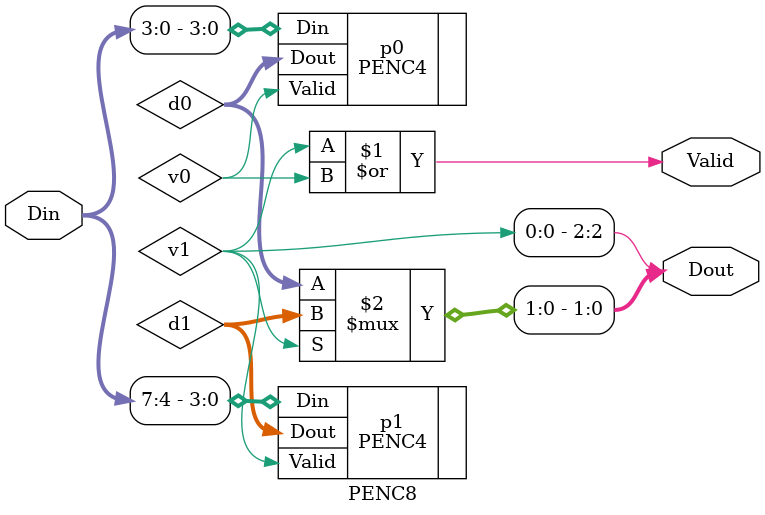
<source format=v>
module PENC8(Dout, Valid, Din);
output [2:0] Dout;
output Valid;
input [7:0] Din;

wire v0, v1;
wire [1:0] d0, d1;

PENC4 p0(.Dout(d0), .Valid(v0), .Din(Din[3:0]));
PENC4 p1(.Dout(d1), .Valid(v1), .Din(Din[7:4]));

assign Valid = v1 | v0;
assign Dout[2] = v1;
assign Dout[1:0] = (v1) ? d1 : d0;

endmodule
</source>
